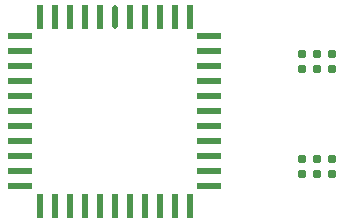
<source format=gbr>
G04 start of page 2 for group 0 idx 0 *
G04 Title: (unknown), component *
G04 Creator: pcb 1.99z *
G04 CreationDate: Wed 21 Dec 2011 08:01:34 PM GMT UTC *
G04 For: dijkstra *
G04 Format: Gerber/RS-274X *
G04 PCB-Dimensions: 135000 80000 *
G04 PCB-Coordinate-Origin: lower left *
%MOIN*%
%FSLAX25Y25*%
%LNTOP*%
%ADD15C,0.0390*%
%ADD14C,0.0935*%
%ADD13C,0.0310*%
%ADD12C,0.0200*%
%ADD11R,0.0200X0.0200*%
G54D11*X13000Y53500D02*X19000D01*
X13000Y48500D02*X19000D01*
X13000Y43500D02*X19000D01*
X13000Y38500D02*X19000D01*
X13000Y33500D02*X19000D01*
X32500Y73000D02*Y67000D01*
X27500Y73000D02*Y67000D01*
X22500Y73000D02*Y67000D01*
X13000Y63500D02*X19000D01*
G54D12*X47500Y73000D02*Y67000D01*
G54D11*X42500Y73000D02*Y67000D01*
X37500Y73000D02*Y67000D01*
X13000Y58500D02*X19000D01*
X57500Y73000D02*Y67000D01*
X52500Y73000D02*Y67000D01*
X13000Y28500D02*X19000D01*
X13000Y23500D02*X19000D01*
X13000Y18500D02*X19000D01*
X13000Y13500D02*X19000D01*
X22500Y10000D02*Y4000D01*
X27500Y10000D02*Y4000D01*
X32500Y10000D02*Y4000D01*
X37500Y10000D02*Y4000D01*
X42500Y10000D02*Y4000D01*
X47500Y10000D02*Y4000D01*
X52500Y10000D02*Y4000D01*
X57500Y10000D02*Y4000D01*
X62500Y10000D02*Y4000D01*
X67500Y10000D02*Y4000D01*
X72500Y10000D02*Y4000D01*
X76000Y13500D02*X82000D01*
G54D13*X110000Y17500D03*
Y22500D03*
X115000D03*
X120000D03*
X115000Y17500D03*
X120000D03*
G54D11*X76000Y18500D02*X82000D01*
X76000Y23500D02*X82000D01*
X76000Y28500D02*X82000D01*
X76000Y33500D02*X82000D01*
X76000Y38500D02*X82000D01*
X76000Y43500D02*X82000D01*
X76000Y48500D02*X82000D01*
X76000Y53500D02*X82000D01*
X76000Y58500D02*X82000D01*
X76000Y63500D02*X82000D01*
X72500Y73000D02*Y67000D01*
X67500Y73000D02*Y67000D01*
X62500Y73000D02*Y67000D01*
G54D13*X110000Y52500D03*
Y57500D03*
X115000Y52500D03*
Y57500D03*
X120000Y52500D03*
Y57500D03*
G54D14*G54D15*G54D14*G54D15*M02*

</source>
